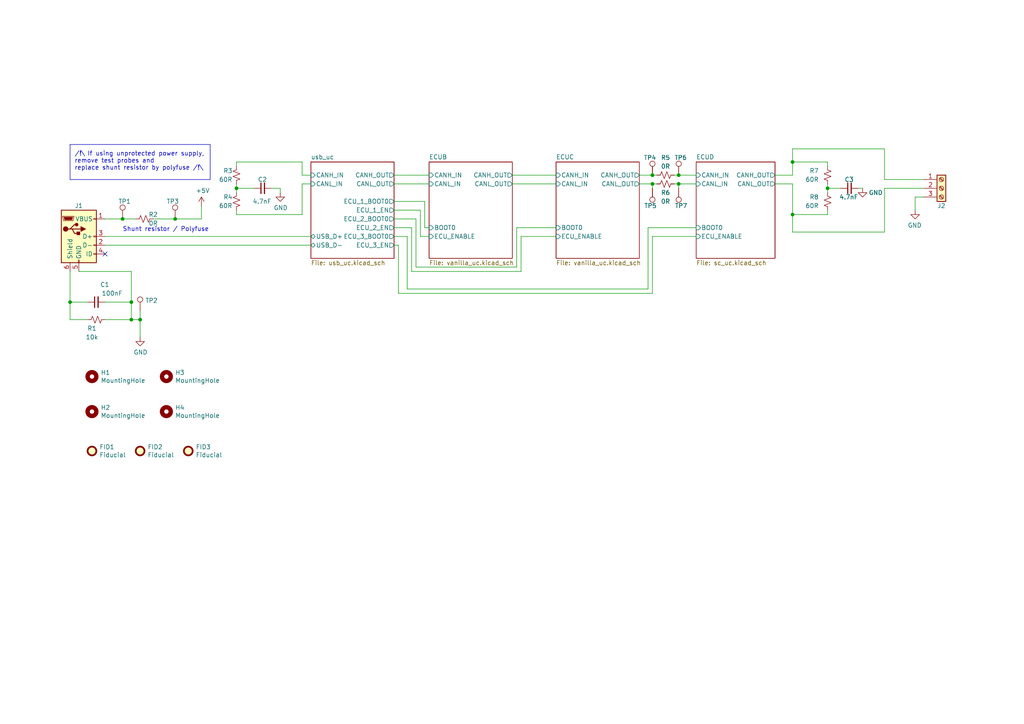
<source format=kicad_sch>
(kicad_sch (version 20230121) (generator eeschema)
  (paper "A4")
  (title_block (title "RAMN: Resistant Automotive Miniature Network V1.0") (date "2024-02-20") (rev "B2L") (company "Copyright (c) 2024 TOYOTA MOTOR CORPORATION. ALL RIGHTS RESERVED.") (comment 3 "License: CC BY-SA 4.0") (comment 4 "https://github.com/toyotainfotech/ramn"))
  (lib_symbols
    (symbol "Connector:Screw_Terminal_01x03" (pin_names (offset 1.016) hide)
      (property "Reference" "J" (at 0 5.08 0))
      (property "Value" "Screw_Terminal_01x03" (at 0 -5.08 0))
      (symbol "Screw_Terminal_01x03_1_1"
        (rectangle (start -1.27 3.81) (end 1.27 -3.81) (stroke (width 0.254)) (fill (type background)))
        (circle (center 0 -2.54) (radius 0.635) (stroke (width 0.1524)))
        (polyline (pts (xy -0.5334 -2.2098) (xy 0.3302 -3.048)) (stroke (width 0.1524)))
        (polyline (pts (xy -0.5334 0.3302) (xy 0.3302 -0.508)) (stroke (width 0.1524)))
        (polyline (pts (xy -0.5334 2.8702) (xy 0.3302 2.032)) (stroke (width 0.1524)))
        (polyline (pts (xy -0.3556 -2.032) (xy 0.508 -2.8702)) (stroke (width 0.1524)))
        (polyline (pts (xy -0.3556 0.508) (xy 0.508 -0.3302)) (stroke (width 0.1524)))
        (polyline (pts (xy -0.3556 3.048) (xy 0.508 2.2098)) (stroke (width 0.1524)))
        (circle (center 0 0) (radius 0.635) (stroke (width 0.1524)))
        (circle (center 0 2.54) (radius 0.635) (stroke (width 0.1524)))
        (pin passive line (at -5.08 2.54 0) (length 3.81) (name "Pin_1") (number "1"))
        (pin passive line (at -5.08 0 0) (length 3.81) (name "Pin_2") (number "2"))
        (pin passive line (at -5.08 -2.54 0) (length 3.81) (name "Pin_3") (number "3"))
      )
    )
    (symbol "Connector:TestPoint" (pin_numbers hide) (pin_names (offset 0.762) hide)
      (property "Reference" "TP" (at 0 6.858 0))
      (property "Value" "TestPoint" (at 0 5.08 0))
      (symbol "TestPoint_0_1"
        (circle (center 0 3.302) (radius 0.762))
      )
      (symbol "TestPoint_1_1"
        (pin passive line (at 0 0 90) (length 2.54) (name "1") (number "1"))
      )
    )
    (symbol "Connector:USB_OTG" (pin_names (offset 1.016))
      (property "Reference" "J" (at -5.08 11.43 0))
      (property "Value" "USB_OTG" (at -5.08 8.89 0))
      (symbol "USB_OTG_0_1"
        (rectangle (start -5.08 -7.62) (end 5.08 7.62) (stroke (width 0.254)) (fill (type background)))
        (circle (center -3.81 2.159) (radius 0.635) (stroke (width 0.254)) (fill (type outline)))
        (circle (center -0.635 3.429) (radius 0.381) (stroke (width 0.254)) (fill (type outline)))
        (rectangle (start -0.127 -7.62) (end 0.127 -6.858))
        (polyline (pts (xy -1.905 2.159) (xy 0.635 2.159)) (stroke (width 0.254)))
        (polyline (pts (xy -3.175 2.159) (xy -2.54 2.159) (xy -1.27 3.429) (xy -0.635 3.429)) (stroke (width 0.254)))
        (polyline (pts (xy -2.54 2.159) (xy -1.905 2.159) (xy -1.27 0.889) (xy 0 0.889)) (stroke (width 0.254)))
        (polyline (pts (xy 0.635 2.794) (xy 0.635 1.524) (xy 1.905 2.159) (xy 0.635 2.794)) (stroke (width 0.254)) (fill (type outline)))
        (polyline (pts (xy -4.318 5.588) (xy -1.778 5.588) (xy -2.032 4.826) (xy -4.064 4.826) (xy -4.318 5.588)) (fill (type outline)))
        (polyline (pts (xy -4.699 5.842) (xy -4.699 5.588) (xy -4.445 4.826) (xy -4.445 4.572) (xy -1.651 4.572) (xy -1.651 4.826) (xy -1.397 5.588) (xy -1.397 5.842) (xy -4.699 5.842)))
        (rectangle (start 0.254 1.27) (end -0.508 0.508) (stroke (width 0.254)) (fill (type outline)))
        (rectangle (start 5.08 -5.207) (end 4.318 -4.953))
        (rectangle (start 5.08 -2.667) (end 4.318 -2.413))
        (rectangle (start 5.08 -0.127) (end 4.318 0.127))
        (rectangle (start 5.08 4.953) (end 4.318 5.207))
      )
      (symbol "USB_OTG_1_1"
        (pin passive line (at 7.62 5.08 180) (length 2.54) (name "VBUS") (number "1"))
        (pin bidirectional line (at 7.62 -2.54 180) (length 2.54) (name "D-") (number "2"))
        (pin bidirectional line (at 7.62 0 180) (length 2.54) (name "D+") (number "3"))
        (pin passive line (at 7.62 -5.08 180) (length 2.54) (name "ID") (number "4"))
        (pin passive line (at 0 -10.16 90) (length 2.54) (name "GND") (number "5"))
        (pin passive line (at -2.54 -10.16 90) (length 2.54) (name "Shield") (number "6"))
      )
    )
    (symbol "Device:C_Small" (pin_numbers hide) (pin_names (offset 0.254) hide)
      (property "Reference" "C" (at 0.254 1.778 0))
      (property "Value" "C_Small" (at 0.254 -2.032 0))
      (symbol "C_Small_0_1"
        (polyline (pts (xy -1.524 -0.508) (xy 1.524 -0.508)) (stroke (width 0.3302)))
        (polyline (pts (xy -1.524 0.508) (xy 1.524 0.508)) (stroke (width 0.3048)))
      )
      (symbol "C_Small_1_1"
        (pin passive line (at 0 2.54 270) (length 2.032) (name "~") (number "1"))
        (pin passive line (at 0 -2.54 90) (length 2.032) (name "~") (number "2"))
      )
    )
    (symbol "Device:R_Small_US" (pin_numbers hide) (pin_names (offset 0.254) hide)
      (property "Reference" "R" (at 0.762 0.508 0))
      (property "Value" "R_Small_US" (at 0.762 -1.016 0))
      (symbol "R_Small_US_1_1"
        (polyline (pts (xy 0 0) (xy 1.016 -0.381) (xy 0 -0.762) (xy -1.016 -1.143) (xy 0 -1.524)))
        (polyline (pts (xy 0 1.524) (xy 1.016 1.143) (xy 0 0.762) (xy -1.016 0.381) (xy 0 0)))
        (pin passive line (at 0 2.54 270) (length 1.016) (name "~") (number "1"))
        (pin passive line (at 0 -2.54 90) (length 1.016) (name "~") (number "2"))
      )
    )
    (symbol "Mechanical:Fiducial"
      (property "Reference" "FID" (at 0 5.08 0))
      (property "Value" "Fiducial" (at 0 3.175 0))
      (symbol "Fiducial_0_1"
        (circle (center 0 0) (radius 1.27) (stroke (width 0.508)) (fill (type background)))
      )
    )
    (symbol "Mechanical:MountingHole" (pin_names (offset 1.016))
      (property "Reference" "H" (at 0 5.08 0))
      (property "Value" "MountingHole" (at 0 3.175 0))
      (symbol "MountingHole_0_1"
        (circle (center 0 0) (radius 1.27) (stroke (width 1.27)))
      )
    )
    (symbol "power:+5V" (power) (pin_names (offset 0))
      (property "Value" "+5V" (at 0 3.556 0))
      (symbol "+5V_0_1"
        (polyline (pts (xy -0.762 1.27) (xy 0 2.54)))
        (polyline (pts (xy 0 0) (xy 0 2.54)))
        (polyline (pts (xy 0 2.54) (xy 0.762 1.27)))
      )
      (symbol "+5V_1_1"
        (pin power_in line (at 0 0 90) (length 0) hide (name "+5V") (number "1"))
      )
    )
    (symbol "power:GND" (power) (pin_names (offset 0))
      (property "Value" "GND" (at 0 -3.81 0))
      (symbol "GND_0_1"
        (polyline (pts (xy 0 0) (xy 0 -1.27) (xy 1.27 -1.27) (xy 0 -2.54) (xy -1.27 -1.27) (xy 0 -1.27)))
      )
      (symbol "GND_1_1"
        (pin power_in line (at 0 0 270) (length 0) hide (name "GND") (number "1"))
      )
    )
  )
  (junction (at 38.1 92.71))
  (junction (at 38.1 87.63))
  (junction (at 50.8 63.5))
  (junction (at 35.56 63.5))
  (junction (at 229.87 46.99))
  (junction (at 68.58 54.61))
  (junction (at 189.23 50.8))
  (junction (at 196.85 50.8))
  (junction (at 20.32 87.63))
  (junction (at 240.03 54.61))
  (junction (at 229.87 62.23))
  (junction (at 189.23 53.34))
  (junction (at 40.64 92.71))
  (junction (at 196.85 53.34))
  (no_connect (at 30.48 73.66))
  (wire (pts (xy 68.58 62.23) (xy 87.63 62.23)))
  (wire (pts (xy 149.86 66.04) (xy 161.29 66.04)))
  (wire (pts (xy 118.11 83.82) (xy 187.96 83.82)))
  (wire (pts (xy 119.38 78.74) (xy 151.13 78.74)))
  (wire (pts (xy 68.58 62.23) (xy 68.58 60.96)))
  (wire (pts (xy 196.85 53.34) (xy 195.58 53.34)))
  (wire (pts (xy 87.63 50.8) (xy 87.63 46.99)))
  (wire (pts (xy 119.38 66.04) (xy 119.38 78.74)))
  (wire (pts (xy 189.23 68.58) (xy 201.93 68.58)))
  (wire (pts (xy 256.54 67.31) (xy 256.54 54.61)))
  (wire (pts (xy 20.32 87.63) (xy 20.32 92.71)))
  (wire (pts (xy 240.03 48.26) (xy 240.03 46.99)))
  (wire (pts (xy 58.42 59.69) (xy 58.42 63.5)))
  (wire (pts (xy 224.79 50.8) (xy 229.87 50.8)))
  (wire (pts (xy 248.92 54.61) (xy 250.19 54.61)))
  (wire (pts (xy 20.32 78.74) (xy 20.32 87.63)))
  (wire (pts (xy 40.64 92.71) (xy 40.64 97.79)))
  (wire (pts (xy 187.96 66.04) (xy 201.93 66.04)))
  (wire (pts (xy 30.48 92.71) (xy 38.1 92.71)))
  (polyline (pts (xy 60.96 41.91) (xy 60.96 52.07)))
  (wire (pts (xy 240.03 54.61) (xy 240.03 55.88)))
  (wire (pts (xy 115.57 85.09) (xy 189.23 85.09)))
  (wire (pts (xy 149.86 77.47) (xy 149.86 66.04)))
  (wire (pts (xy 229.87 43.18) (xy 229.87 46.99)))
  (wire (pts (xy 189.23 54.61) (xy 189.23 53.34)))
  (wire (pts (xy 30.48 63.5) (xy 35.56 63.5)))
  (wire (pts (xy 196.85 50.8) (xy 201.93 50.8)))
  (wire (pts (xy 240.03 62.23) (xy 229.87 62.23)))
  (wire (pts (xy 229.87 46.99) (xy 240.03 46.99)))
  (wire (pts (xy 39.37 63.5) (xy 35.56 63.5)))
  (wire (pts (xy 189.23 50.8) (xy 190.5 50.8)))
  (wire (pts (xy 68.58 54.61) (xy 68.58 53.34)))
  (wire (pts (xy 229.87 53.34) (xy 229.87 62.23)))
  (wire (pts (xy 90.17 53.34) (xy 87.63 53.34)))
  (wire (pts (xy 187.96 83.82) (xy 187.96 66.04)))
  (wire (pts (xy 224.79 53.34) (xy 229.87 53.34)))
  (wire (pts (xy 114.3 66.04) (xy 119.38 66.04)))
  (wire (pts (xy 30.48 87.63) (xy 38.1 87.63)))
  (wire (pts (xy 265.43 57.15) (xy 265.43 60.96)))
  (wire (pts (xy 68.58 48.26) (xy 68.58 46.99)))
  (wire (pts (xy 87.63 53.34) (xy 87.63 62.23)))
  (wire (pts (xy 151.13 78.74) (xy 151.13 68.58)))
  (polyline (pts (xy 20.32 41.91) (xy 60.96 41.91)))
  (wire (pts (xy 120.65 77.47) (xy 149.86 77.47)))
  (wire (pts (xy 151.13 68.58) (xy 161.29 68.58)))
  (wire (pts (xy 114.3 53.34) (xy 124.46 53.34)))
  (wire (pts (xy 229.87 67.31) (xy 256.54 67.31)))
  (wire (pts (xy 256.54 52.07) (xy 256.54 43.18)))
  (polyline (pts (xy 60.96 52.07) (xy 20.32 52.07)))
  (wire (pts (xy 229.87 46.99) (xy 229.87 50.8)))
  (wire (pts (xy 229.87 62.23) (xy 229.87 67.31)))
  (wire (pts (xy 50.8 63.5) (xy 58.42 63.5)))
  (wire (pts (xy 195.58 50.8) (xy 196.85 50.8)))
  (wire (pts (xy 201.93 53.34) (xy 196.85 53.34)))
  (wire (pts (xy 38.1 78.74) (xy 38.1 87.63)))
  (wire (pts (xy 240.03 62.23) (xy 240.03 60.96)))
  (wire (pts (xy 190.5 53.34) (xy 189.23 53.34)))
  (wire (pts (xy 114.3 68.58) (xy 118.11 68.58)))
  (wire (pts (xy 81.28 54.61) (xy 81.28 55.88)))
  (wire (pts (xy 114.3 50.8) (xy 124.46 50.8)))
  (wire (pts (xy 38.1 92.71) (xy 40.64 92.71)))
  (wire (pts (xy 267.97 52.07) (xy 256.54 52.07)))
  (wire (pts (xy 121.92 68.58) (xy 124.46 68.58)))
  (wire (pts (xy 196.85 54.61) (xy 196.85 53.34)))
  (wire (pts (xy 87.63 50.8) (xy 90.17 50.8)))
  (wire (pts (xy 25.4 87.63) (xy 20.32 87.63)))
  (wire (pts (xy 256.54 54.61) (xy 267.97 54.61)))
  (wire (pts (xy 114.3 58.42) (xy 123.19 58.42)))
  (wire (pts (xy 40.64 90.17) (xy 40.64 92.71)))
  (polyline (pts (xy 20.32 52.07) (xy 20.32 41.91)))
  (wire (pts (xy 148.59 50.8) (xy 161.29 50.8)))
  (wire (pts (xy 68.58 55.88) (xy 68.58 54.61)))
  (wire (pts (xy 189.23 53.34) (xy 185.42 53.34)))
  (wire (pts (xy 121.92 60.96) (xy 114.3 60.96)))
  (wire (pts (xy 115.57 85.09) (xy 115.57 71.12)))
  (wire (pts (xy 38.1 87.63) (xy 38.1 92.71)))
  (wire (pts (xy 73.66 54.61) (xy 68.58 54.61)))
  (wire (pts (xy 68.58 46.99) (xy 87.63 46.99)))
  (wire (pts (xy 123.19 58.42) (xy 123.19 66.04)))
  (wire (pts (xy 44.45 63.5) (xy 50.8 63.5)))
  (wire (pts (xy 20.32 92.71) (xy 25.4 92.71)))
  (wire (pts (xy 185.42 50.8) (xy 189.23 50.8)))
  (wire (pts (xy 121.92 60.96) (xy 121.92 68.58)))
  (wire (pts (xy 256.54 43.18) (xy 229.87 43.18)))
  (wire (pts (xy 30.48 68.58) (xy 90.17 68.58)))
  (wire (pts (xy 114.3 63.5) (xy 120.65 63.5)))
  (wire (pts (xy 22.86 78.74) (xy 38.1 78.74)))
  (wire (pts (xy 81.28 54.61) (xy 78.74 54.61)))
  (wire (pts (xy 120.65 63.5) (xy 120.65 77.47)))
  (wire (pts (xy 90.17 71.12) (xy 30.48 71.12)))
  (wire (pts (xy 189.23 68.58) (xy 189.23 85.09)))
  (wire (pts (xy 123.19 66.04) (xy 124.46 66.04)))
  (wire (pts (xy 148.59 53.34) (xy 161.29 53.34)))
  (wire (pts (xy 114.3 71.12) (xy 115.57 71.12)))
  (wire (pts (xy 243.84 54.61) (xy 240.03 54.61)))
  (wire (pts (xy 240.03 53.34) (xy 240.03 54.61)))
  (wire (pts (xy 118.11 68.58) (xy 118.11 83.82)))
  (wire (pts (xy 267.97 57.15) (xy 265.43 57.15)))
  (text "Shunt resistor / Polyfuse" (at 35.56 67.31 0) (effects (font (size 1.27 1.27)) (justify left bottom)))
  (text "/!\\ If using unprotected power supply, \nremove test probes and \nreplace shunt resistor by polyfuse /!\\" (at 21.59 49.53 0) (effects (font (size 1.27 1.27)) (justify left bottom)))
  (symbol (lib_id "Connector:TestPoint") (at 35.56 63.5 0) (unit 1)
    (property "Reference" "TP1" (at 34.29 58.42 0) (effects (justify left)))
    (property "Value" " " (at 37.0332 62.8142 0) (effects (justify left)))
    (property "Footprint" "TestPoint:TestPoint_Loop_D2.54mm_Drill1.5mm_Beaded" (effects hide))
  )
  (symbol (lib_id "Connector:TestPoint") (at 50.8 63.5 0) (unit 1)
    (property "Reference" "TP3" (at 48.26 58.42 0) (effects (justify left)))
    (property "Value" " " (at 52.2732 62.8142 0) (effects (justify left)))
    (property "Footprint" "TestPoint:TestPoint_Loop_D2.54mm_Drill1.5mm_Beaded" (effects hide))
  )
  (symbol (lib_id "Device:R_Small_US") (at 41.91 63.5 270) (unit 1)
    (property "Reference" "R2" (at 44.45 62.23 90))
    (property "Value" "0R" (at 44.45 64.77 90))
    (property "Footprint" "Resistor_SMD:R_0603_1608Metric" (effects hide))
  )
  (symbol (lib_id "Connector:USB_OTG") (at 22.86 68.58 0) (unit 1)
    (property "Reference" "J1" (at 22.86 59.69 0))
    (property "Value" "USB_C_Micro" (effects hide))
    (property "Footprint" "Connector_USB:USB_Micro-B_Wuerth_629105150521" (effects hide))
  )
  (symbol (lib_id "power:GND") (at 40.64 97.79 0) (unit 1)
    (property "Reference" "#PWR01" (effects hide))
    (property "Value" "GND" (at 40.767 102.1842 0))
  )
  (symbol (lib_id "power:+5V") (at 58.42 59.69 0) (unit 1)
    (property "Reference" "#PWR02" (effects hide))
    (property "Value" "+5V" (at 58.801 55.2958 0))
  )
  (symbol (lib_id "Mechanical:MountingHole") (at 26.67 109.22 0) (unit 1)
    (property "Reference" "H1" (at 29.21 108.0516 0) (effects (justify left)))
    (property "Value" "MountingHole" (at 29.21 110.363 0) (effects (justify left)))
    (property "Footprint" "MountingHole:MountingHole_3.2mm_M3_ISO7380" (effects hide))
  )
  (symbol (lib_id "Mechanical:MountingHole") (at 48.26 109.22 0) (unit 1)
    (property "Reference" "H3" (at 50.8 108.0516 0) (effects (justify left)))
    (property "Value" "MountingHole" (at 50.8 110.363 0) (effects (justify left)))
    (property "Footprint" "MountingHole:MountingHole_3.2mm_M3_ISO7380" (effects hide))
  )
  (symbol (lib_id "Device:R_Small_US") (at 193.04 50.8 270) (unit 1)
    (property "Reference" "R5" (at 193.04 45.72 90))
    (property "Value" "0R" (at 193.04 48.26 90))
    (property "Footprint" "Resistor_SMD:R_0603_1608Metric" (effects hide))
  )
  (symbol (lib_id "Device:R_Small_US") (at 193.04 53.34 270) (unit 1)
    (property "Reference" "R6" (at 193.04 55.88 90))
    (property "Value" "0R" (at 193.04 58.42 90))
    (property "Footprint" "Resistor_SMD:R_0603_1608Metric" (effects hide))
  )
  (symbol (lib_id "Connector:TestPoint") (at 189.23 50.8 0) (unit 1)
    (property "Reference" "TP4" (at 186.69 45.72 0) (effects (justify left)))
    (property "Value" " " (at 190.7032 50.1142 0) (effects (justify left)))
    (property "Footprint" "TestPoint:TestPoint_Loop_D2.54mm_Drill1.5mm_Beaded" (effects hide))
  )
  (symbol (lib_id "Connector:TestPoint") (at 189.23 54.61 180) (unit 1)
    (property "Reference" "TP5" (at 190.5 59.69 0) (effects (justify left)))
    (property "Value" " " (at 187.7568 55.2958 0) (effects (justify left)))
    (property "Footprint" "TestPoint:TestPoint_Loop_D2.54mm_Drill1.5mm_Beaded" (effects hide))
  )
  (symbol (lib_id "Connector:TestPoint") (at 196.85 54.61 180) (unit 1)
    (property "Reference" "TP7" (at 199.39 59.69 0) (effects (justify left)))
    (property "Value" " " (at 195.3768 55.2958 0) (effects (justify left)))
    (property "Footprint" "TestPoint:TestPoint_Loop_D2.54mm_Drill1.5mm_Beaded" (effects hide))
  )
  (symbol (lib_id "Connector:TestPoint") (at 196.85 50.8 0) (unit 1)
    (property "Reference" "TP6" (at 195.58 45.72 0) (effects (justify left)))
    (property "Value" " " (at 198.3232 50.1142 0) (effects (justify left)))
    (property "Footprint" "TestPoint:TestPoint_Loop_D2.54mm_Drill1.5mm_Beaded" (effects hide))
  )
  (symbol (lib_id "Device:R_Small_US") (at 68.58 58.42 0) (mirror y) (unit 1)
    (property "Reference" "R4" (at 64.77 57.15 0) (effects (justify right)))
    (property "Value" "60R" (at 63.5 59.69 0) (effects (justify right)))
    (property "Footprint" "Resistor_SMD:R_0603_1608Metric" (effects hide))
  )
  (symbol (lib_id "Device:C_Small") (at 76.2 54.61 90) (unit 1)
    (property "Reference" "C2" (at 77.47 52.07 90) (effects (justify left)))
    (property "Value" "4.7nF" (at 78.74 58.42 90) (effects (justify left)))
    (property "Footprint" "Capacitor_SMD:C_0603_1608Metric" (effects hide))
  )
  (symbol (lib_id "Device:R_Small_US") (at 68.58 50.8 0) (mirror y) (unit 1)
    (property "Reference" "R3" (at 64.77 49.53 0) (effects (justify right)))
    (property "Value" "60R" (at 63.5 52.07 0) (effects (justify right)))
    (property "Footprint" "Resistor_SMD:R_0603_1608Metric" (effects hide))
  )
  (symbol (lib_id "power:GND") (at 81.28 55.88 0) (unit 1)
    (property "Reference" "#PWR03" (effects hide))
    (property "Value" "GND" (at 81.407 60.2742 0))
  )
  (symbol (lib_id "Device:R_Small_US") (at 240.03 58.42 0) (unit 1)
    (property "Reference" "R8" (at 237.49 57.15 0) (effects (justify right)))
    (property "Value" "60R" (at 237.49 59.69 0) (effects (justify right)))
    (property "Footprint" "Resistor_SMD:R_0603_1608Metric" (effects hide))
  )
  (symbol (lib_id "Device:C_Small") (at 246.38 54.61 90) (mirror x) (unit 1)
    (property "Reference" "C3" (at 247.65 52.07 90) (effects (justify left)))
    (property "Value" "4.7nF" (at 248.92 57.15 90) (effects (justify left)))
    (property "Footprint" "Capacitor_SMD:C_0603_1608Metric" (effects hide))
  )
  (symbol (lib_id "Device:R_Small_US") (at 240.03 50.8 0) (unit 1)
    (property "Reference" "R7" (at 237.49 49.53 0) (effects (justify right)))
    (property "Value" "60R" (at 237.49 52.07 0) (effects (justify right)))
    (property "Footprint" "Resistor_SMD:R_0603_1608Metric" (effects hide))
  )
  (symbol (lib_id "power:GND") (at 250.19 54.61 0) (mirror y) (unit 1)
    (property "Reference" "#PWR04" (effects hide))
    (property "Value" "GND" (at 254 55.88 0))
  )
  (symbol (lib_id "Connector:Screw_Terminal_01x03") (at 273.05 54.61 0) (unit 1)
    (property "Reference" "J2" (at 273.05 59.69 0))
    (property "Value" "Screw_Terminal_01x03" (effects hide))
    (property "Footprint" "TerminalBlock_Phoenix:TerminalBlock_Phoenix_PTSM-0,5-3-2.5-V-THR_1x03_P2.50mm_Vertical" (effects hide))
  )
  (symbol (lib_id "power:GND") (at 265.43 60.96 0) (mirror y) (unit 1)
    (property "Reference" "#PWR05" (effects hide))
    (property "Value" "GND" (at 265.303 65.3542 0))
  )
  (symbol (lib_id "Mechanical:MountingHole") (at 26.67 119.38 0) (unit 1)
    (property "Reference" "H2" (at 29.21 118.2116 0) (effects (justify left)))
    (property "Value" "MountingHole" (at 29.21 120.523 0) (effects (justify left)))
    (property "Footprint" "MountingHole:MountingHole_3.2mm_M3_ISO7380" (effects hide))
  )
  (symbol (lib_id "Mechanical:MountingHole") (at 48.26 119.38 0) (unit 1)
    (property "Reference" "H4" (at 50.8 118.2116 0) (effects (justify left)))
    (property "Value" "MountingHole" (at 50.8 120.523 0) (effects (justify left)))
    (property "Footprint" "MountingHole:MountingHole_3.2mm_M3_ISO7380" (effects hide))
  )
  (symbol (lib_id "Connector:TestPoint") (at 40.64 90.17 0) (unit 1)
    (property "Reference" "TP2" (at 42.1132 87.1728 0) (effects (justify left)))
    (property "Value" " " (at 42.1132 89.4842 0) (effects (justify left)))
    (property "Footprint" "TestPoint:TestPoint_Loop_D2.54mm_Drill1.5mm_Beaded" (effects hide))
  )
  (symbol (lib_id "Mechanical:Fiducial") (at 26.67 130.81 0) (unit 1)
    (property "Reference" "FID1" (at 28.829 129.6416 0) (effects (justify left)))
    (property "Value" "Fiducial" (at 28.829 131.953 0) (effects (justify left)))
    (property "Footprint" "Fiducial:Fiducial_1mm_Mask2mm" (effects hide))
  )
  (symbol (lib_id "Mechanical:Fiducial") (at 40.64 130.81 0) (unit 1)
    (property "Reference" "FID2" (at 42.799 129.6416 0) (effects (justify left)))
    (property "Value" "Fiducial" (at 42.799 131.953 0) (effects (justify left)))
    (property "Footprint" "Fiducial:Fiducial_1mm_Mask2mm" (effects hide))
  )
  (symbol (lib_id "Mechanical:Fiducial") (at 54.61 130.81 0) (unit 1)
    (property "Reference" "FID3" (at 56.769 129.6416 0) (effects (justify left)))
    (property "Value" "Fiducial" (at 56.769 131.953 0) (effects (justify left)))
    (property "Footprint" "Fiducial:Fiducial_1mm_Mask2mm" (effects hide))
  )
  (symbol (lib_id "Device:R_Small_US") (at 27.94 92.71 90) (unit 1)
    (property "Reference" "R1" (at 26.67 95.25 90))
    (property "Value" "10k" (at 26.67 97.79 90))
    (property "Footprint" "Resistor_SMD:R_0603_1608Metric" (effects hide))
  )
  (symbol (lib_id "Device:C_Small") (at 27.94 87.63 90) (unit 1)
    (property "Reference" "C1" (at 31.75 82.55 90) (effects (justify left)))
    (property "Value" "100nF" (at 35.56 85.09 90) (effects (justify left)))
    (property "Footprint" "Capacitor_SMD:C_0603_1608Metric" (effects hide))
  )
  (sheet (at 201.93 46.99) (size 22.86 27.94)
    (property "Sheetname" "ECUD" (at 201.93 46.2784 0) (effects (justify left bottom)))
    (property "Sheetfile" "sc_uc.kicad_sch" (at 201.93 75.5146 0) (effects (justify left top)))
    (pin "CANL_OUT" output (at 224.79 53.34 0))
    (pin "CANL_IN" input (at 201.93 53.34 180))
    (pin "CANH_OUT" output (at 224.79 50.8 0))
    (pin "CANH_IN" input (at 201.93 50.8 180))
    (pin "ECU_ENABLE" input (at 201.93 68.58 180))
    (pin "BOOT0" input (at 201.93 66.04 180))
  )
  (sheet (at 124.46 46.99) (size 24.13 27.94)
    (property "Sheetname" "ECUB" (at 124.46 46.2784 0) (effects (justify left bottom)))
    (property "Sheetfile" "vanilla_uc.kicad_sch" (at 124.46 75.5146 0) (effects (justify left top)))
    (pin "CANL_OUT" output (at 148.59 53.34 0))
    (pin "CANL_IN" input (at 124.46 53.34 180))
    (pin "CANH_OUT" output (at 148.59 50.8 0))
    (pin "CANH_IN" input (at 124.46 50.8 180))
    (pin "ECU_ENABLE" input (at 124.46 68.58 180))
    (pin "BOOT0" input (at 124.46 66.04 180))
  )
  (sheet (at 90.17 46.99) (size 24.13 27.94)
    (property "Sheetname" "usb_uc" (at 90.17 46.2784 0) (effects (justify left bottom)))
    (property "Sheetfile" "usb_uc.kicad_sch" (at 90.17 75.5146 0) (effects (justify left top)))
    (pin "CANL_OUT" output (at 114.3 53.34 0))
    (pin "CANL_IN" input (at 90.17 53.34 180))
    (pin "CANH_OUT" output (at 114.3 50.8 0))
    (pin "CANH_IN" input (at 90.17 50.8 180))
    (pin "USB_D-" bidirectional (at 90.17 71.12 180))
    (pin "USB_D+" bidirectional (at 90.17 68.58 180))
    (pin "ECU_3_EN" output (at 114.3 71.12 0))
    (pin "ECU_2_EN" output (at 114.3 66.04 0))
    (pin "ECU_1_EN" output (at 114.3 60.96 0))
    (pin "ECU_2_BOOT0" output (at 114.3 63.5 0))
    (pin "ECU_3_BOOT0" output (at 114.3 68.58 0))
    (pin "ECU_1_BOOT0" output (at 114.3 58.42 0))
  )
  (sheet (at 161.29 46.99) (size 24.13 27.94)
    (property "Sheetname" "ECUC" (at 161.29 46.2784 0) (effects (justify left bottom)))
    (property "Sheetfile" "vanilla_uc.kicad_sch" (at 161.29 75.5146 0) (effects (justify left top)))
    (pin "CANL_OUT" output (at 185.42 53.34 0))
    (pin "CANL_IN" input (at 161.29 53.34 180))
    (pin "CANH_OUT" output (at 185.42 50.8 0))
    (pin "CANH_IN" input (at 161.29 50.8 180))
    (pin "ECU_ENABLE" input (at 161.29 68.58 180))
    (pin "BOOT0" input (at 161.29 66.04 180))
  )
)
</source>
